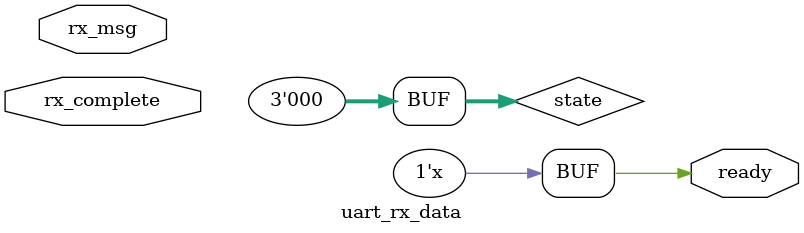
<source format=v>
module uart_rx_data(input [7:0]rx_msg,
                    input rx_complete,
                     output reg ready);
							
reg [2:0]state ;
							
parameter S0=3'b000,S1=3'b001,S2=3'b010,S3=3'b011,S4=3'b100,S5=3'b101;
							
always @(rx_msg or state)
begin
case(state)
  
   S0:begin if(rx_msg==8'b01010011 && rx_complete==1'b1) state<=S1;ready=1'b0;end //S
	S1:begin if(rx_msg==8'b01010100 && rx_complete==1'b1) state<=S2;end //T
	S2:begin if(rx_msg==8'b01000001 && rx_complete==1'b1) state<=S3;end //A
	S3:begin if(rx_msg==8'b01010010 && rx_complete==1'b1) state<=S4;end //R
	S4:begin if(rx_msg==8'b01010100 && rx_complete==1'b1) state<=S5;end //T
	S5:ready=1;
	default :state<=S0;
	
	endcase






end
endmodule

</source>
